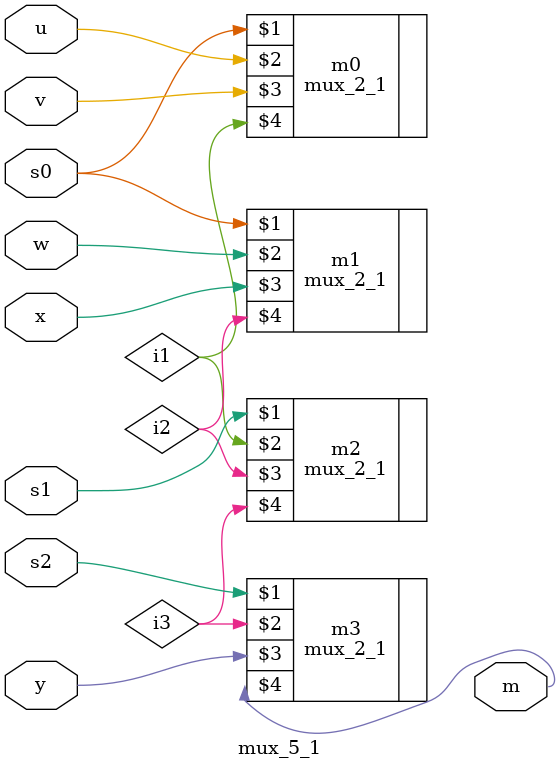
<source format=v>
module mux_5_1(
	input s2,
	input s1,
	input s0,
	input u,
	input v,
	input w,
	input x,
	input y,
	output m
	);
	wire i1, i2, i3;
	mux_2_1 m0(s0,u,v,i1);
	mux_2_1 m1(s0,w,x,i2);
	mux_2_1 m2(s1,i1,i2,i3);
	mux_2_1 m3(s2,i3,y,m);

endmodule
	
</source>
